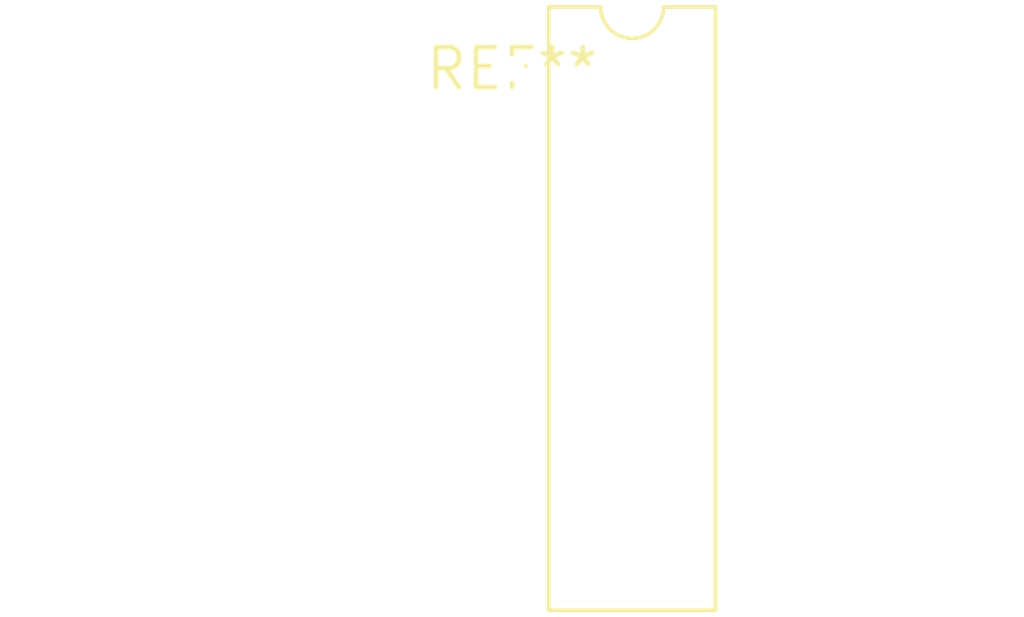
<source format=kicad_pcb>
(kicad_pcb (version 20240108) (generator pcbnew)
  (layers (0 "F.Cu" signal) (31 "B.Cu" signal) (34 "B.Paste" user) (35 "F.Paste" user) (36 "B.SilkS" user "B.Silkscreen") (37 "F.SilkS" user "F.Silkscreen") (38 "B.Mask" user) (39 "F.Mask" user) (44 "Edge.Cuts" user))
  (net 0 "")
  (footprint "CERDIP-14_W7.62mm_SideBrazed" (layer "F.Cu") (at 0 0)
    (property "Reference" "REF**")
    (property "Value" "CERDIP-14_W7.62mm_SideBrazed")
    (fp_line (start 1.16 -1.965) (end 1.16 17.205) (layer "F.SilkS") (stroke (width 0.12)))
    (fp_line (start 1.16 17.205) (end 6.46 17.205) (layer "F.SilkS") (stroke (width 0.12)))
    (fp_line (start 2.81 -1.965) (end 1.16 -1.965) (layer "F.SilkS") (stroke (width 0.12)))
    (fp_line (start 6.46 -1.965) (end 4.81 -1.965) (layer "F.SilkS") (stroke (width 0.12)))
    (fp_line (start 6.46 17.205) (end 6.46 -1.965) (layer "F.SilkS") (stroke (width 0.12)))
    (fp_arc (start 4.81 -1.965) (mid 3.81 -0.965) (end 2.81 -1.965) (layer "F.SilkS") (stroke (width 0.12)))
    (pad "1" thru_hole rect (at 0 0) (size 1.6 1.6) (drill 0.8) (layers *.Cu *.Mask) (remove_unused_layers))
    (pad "2" thru_hole circle (at 0 2.54) (size 1.6 1.6) (drill 0.8) (layers *.Cu *.Mask) (remove_unused_layers))
    (pad "3" thru_hole circle (at 0 5.08) (size 1.6 1.6) (drill 0.8) (layers *.Cu *.Mask) (remove_unused_layers))
    (pad "4" thru_hole circle (at 0 7.62) (size 1.6 1.6) (drill 0.8) (layers *.Cu *.Mask) (remove_unused_layers))
    (pad "5" thru_hole circle (at 0 10.16) (size 1.6 1.6) (drill 0.8) (layers *.Cu *.Mask) (remove_unused_layers))
    (pad "6" thru_hole circle (at 0 12.7) (size 1.6 1.6) (drill 0.8) (layers *.Cu *.Mask) (remove_unused_layers))
    (pad "7" thru_hole circle (at 0 15.24) (size 1.6 1.6) (drill 0.8) (layers *.Cu *.Mask) (remove_unused_layers))
    (pad "8" thru_hole circle (at 7.62 15.24) (size 1.6 1.6) (drill 0.8) (layers *.Cu *.Mask) (remove_unused_layers))
    (pad "9" thru_hole circle (at 7.62 12.7) (size 1.6 1.6) (drill 0.8) (layers *.Cu *.Mask) (remove_unused_layers))
    (pad "10" thru_hole circle (at 7.62 10.16) (size 1.6 1.6) (drill 0.8) (layers *.Cu *.Mask) (remove_unused_layers))
    (pad "11" thru_hole circle (at 7.62 7.62) (size 1.6 1.6) (drill 0.8) (layers *.Cu *.Mask) (remove_unused_layers))
    (pad "12" thru_hole circle (at 7.62 5.08) (size 1.6 1.6) (drill 0.8) (layers *.Cu *.Mask) (remove_unused_layers))
    (pad "13" thru_hole circle (at 7.62 2.54) (size 1.6 1.6) (drill 0.8) (layers *.Cu *.Mask) (remove_unused_layers))
    (pad "14" thru_hole circle (at 7.62 0) (size 1.6 1.6) (drill 0.8) (layers *.Cu *.Mask) (remove_unused_layers))
  )
)
</source>
